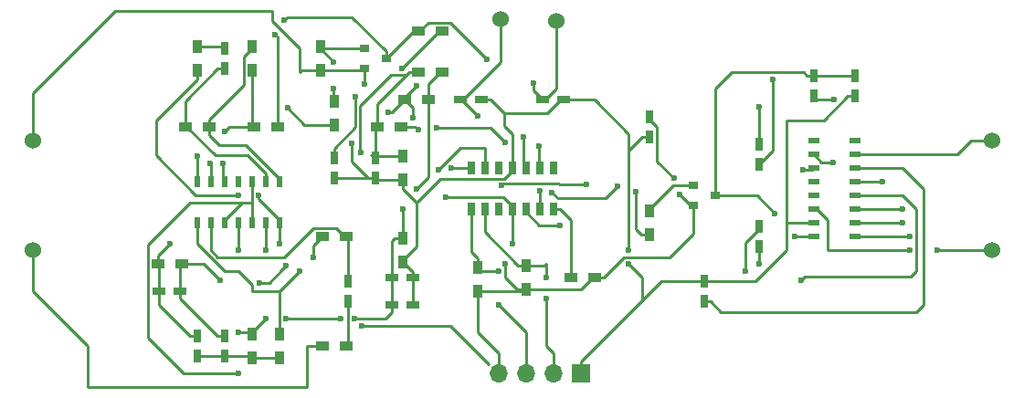
<source format=gbr>
G04 #@! TF.FileFunction,Copper,L1,Top,Signal*
%FSLAX46Y46*%
G04 Gerber Fmt 4.6, Leading zero omitted, Abs format (unit mm)*
G04 Created by KiCad (PCBNEW 4.0.7) date Tuesday, October 17, 2017 'PMt' 03:20:21 PM*
%MOMM*%
%LPD*%
G01*
G04 APERTURE LIST*
%ADD10C,0.100000*%
%ADD11R,1.700000X1.700000*%
%ADD12O,1.700000X1.700000*%
%ADD13R,0.750000X1.200000*%
%ADD14R,1.200000X0.750000*%
%ADD15C,1.524000*%
%ADD16R,0.900000X0.800000*%
%ADD17R,1.200000X0.900000*%
%ADD18R,0.900000X1.200000*%
%ADD19R,0.500000X1.100000*%
%ADD20R,0.750000X1.300000*%
%ADD21R,1.100000X0.500000*%
%ADD22C,0.600000*%
%ADD23C,0.250000*%
G04 APERTURE END LIST*
D10*
D11*
X158750000Y-120650000D03*
D12*
X156210000Y-120650000D03*
X153670000Y-120650000D03*
X151130000Y-120650000D03*
D13*
X137160000Y-113980000D03*
X137160000Y-112080000D03*
D14*
X141290000Y-111760000D03*
X143190000Y-111760000D03*
X141290000Y-114300000D03*
X143190000Y-114300000D03*
D13*
X125730000Y-119060000D03*
X125730000Y-117160000D03*
X123190000Y-119060000D03*
X123190000Y-117160000D03*
D14*
X155260000Y-95250000D03*
X157160000Y-95250000D03*
X121600000Y-113030000D03*
X119700000Y-113030000D03*
X147640000Y-95250000D03*
X149540000Y-95250000D03*
D13*
X165100000Y-96840000D03*
X165100000Y-98740000D03*
X139700000Y-100650000D03*
X139700000Y-102550000D03*
X125730000Y-90490000D03*
X125730000Y-92390000D03*
X135890000Y-100650000D03*
X135890000Y-102550000D03*
X175260000Y-108900000D03*
X175260000Y-107000000D03*
X175260000Y-101280000D03*
X175260000Y-99380000D03*
X170180000Y-113980000D03*
X170180000Y-112080000D03*
X180340000Y-93030000D03*
X180340000Y-94930000D03*
X184150000Y-93030000D03*
X184150000Y-94930000D03*
D15*
X107950000Y-109220000D03*
X107950000Y-99060000D03*
X196850000Y-109220000D03*
X196850000Y-99060000D03*
D16*
X138700000Y-90490000D03*
X138700000Y-92390000D03*
X140700000Y-91440000D03*
X169180000Y-103190000D03*
X169180000Y-105090000D03*
X171180000Y-104140000D03*
D17*
X136990000Y-118110000D03*
X134790000Y-118110000D03*
X142410000Y-95250000D03*
X144610000Y-95250000D03*
D18*
X142240000Y-108120000D03*
X142240000Y-110320000D03*
D17*
X134790000Y-107950000D03*
X136990000Y-107950000D03*
D18*
X149225000Y-113030000D03*
X149225000Y-110830000D03*
X153670000Y-112860000D03*
X153670000Y-110660000D03*
D17*
X160020000Y-111760000D03*
X157820000Y-111760000D03*
D18*
X130810000Y-119210000D03*
X130810000Y-117010000D03*
X128270000Y-119210000D03*
X128270000Y-117010000D03*
D17*
X119550000Y-110490000D03*
X121750000Y-110490000D03*
D18*
X123190000Y-90340000D03*
X123190000Y-92540000D03*
X142240000Y-100500000D03*
X142240000Y-102700000D03*
D17*
X145880000Y-92710000D03*
X143680000Y-92710000D03*
X139870000Y-97790000D03*
X142070000Y-97790000D03*
X124290000Y-97790000D03*
X122090000Y-97790000D03*
D18*
X128270000Y-90340000D03*
X128270000Y-92540000D03*
X135890000Y-97620000D03*
X135890000Y-95420000D03*
X134620000Y-90340000D03*
X134620000Y-92540000D03*
D17*
X130640000Y-97790000D03*
X128440000Y-97790000D03*
X145880000Y-88900000D03*
X143680000Y-88900000D03*
D18*
X165100000Y-107780000D03*
X165100000Y-105580000D03*
D19*
X123190000Y-106680000D03*
X124460000Y-106680000D03*
X125730000Y-106680000D03*
X127000000Y-106680000D03*
X128270000Y-106680000D03*
X129540000Y-106680000D03*
X130810000Y-106680000D03*
X130810000Y-102870000D03*
X129540000Y-102870000D03*
X128270000Y-102870000D03*
X127000000Y-102870000D03*
X125730000Y-102870000D03*
X124460000Y-102870000D03*
X123190000Y-102870000D03*
D20*
X148590000Y-105410000D03*
X149860000Y-105410000D03*
X151130000Y-105410000D03*
X152400000Y-105410000D03*
X153670000Y-105410000D03*
X154940000Y-105410000D03*
X156210000Y-105410000D03*
X156210000Y-101600000D03*
X154940000Y-101600000D03*
X153670000Y-101600000D03*
X152400000Y-101600000D03*
X151130000Y-101600000D03*
X149860000Y-101600000D03*
X148590000Y-101600000D03*
D21*
X184150000Y-107950000D03*
X184150000Y-106680000D03*
X184150000Y-105410000D03*
X184150000Y-104140000D03*
X184150000Y-102870000D03*
X184150000Y-101600000D03*
X184150000Y-100330000D03*
X184150000Y-99060000D03*
X180340000Y-99060000D03*
X180340000Y-100330000D03*
X180340000Y-101600000D03*
X180340000Y-102870000D03*
X180340000Y-104140000D03*
X180340000Y-105410000D03*
X180340000Y-106680000D03*
X180340000Y-107950000D03*
D15*
X156510000Y-87920000D03*
X151330000Y-87830000D03*
D22*
X143510000Y-103505000D03*
X142240000Y-105371900D03*
X137795000Y-115570000D03*
X136525000Y-115570000D03*
X131445000Y-115570000D03*
X129540000Y-115570000D03*
X127000000Y-116840000D03*
X127000000Y-120650000D03*
X137502900Y-99301300D03*
X138722100Y-93827600D03*
X163195000Y-109220000D03*
X163195000Y-110490000D03*
X129540000Y-109220000D03*
X131445000Y-110642400D03*
X128955800Y-112255300D03*
X125298200Y-111963200D03*
X127000000Y-104140000D03*
X128905000Y-104140000D03*
X130810000Y-108585000D03*
X120650000Y-108585000D03*
X154406600Y-93738700D03*
X156806900Y-106921300D03*
X154965400Y-103670100D03*
X149174200Y-96748600D03*
X167386000Y-102552500D03*
X167894000Y-104076500D03*
X143167100Y-96951800D03*
X146215100Y-104279700D03*
X142151100Y-92367100D03*
X143497300Y-93980000D03*
X140919200Y-96418400D03*
X137871200Y-95021400D03*
X152400000Y-108585000D03*
X151765000Y-110490000D03*
X151765000Y-110490000D03*
X138379200Y-100114100D03*
X124383800Y-101193600D03*
X179209700Y-111988600D03*
X175260000Y-110490000D03*
X186690000Y-102870000D03*
X173990000Y-111125000D03*
X176530000Y-93345000D03*
X189230000Y-107950000D03*
X175260000Y-95885000D03*
X188595000Y-105410000D03*
X178587400Y-107950000D03*
X176758600Y-105803700D03*
X182245000Y-95250000D03*
X188595000Y-106680000D03*
X155575000Y-111760000D03*
X155575000Y-113665000D03*
X151130000Y-111125000D03*
X151130000Y-114300000D03*
X189230000Y-109220000D03*
X191770000Y-109220000D03*
X135839200Y-94259400D03*
X135839200Y-91757500D03*
X153441400Y-98679000D03*
X150088600Y-91554300D03*
X131254500Y-87896700D03*
X130441700Y-89217500D03*
X133985000Y-109855000D03*
X132715000Y-111125000D03*
X145402300Y-97866200D03*
X151714200Y-99187000D03*
X154901900Y-99517200D03*
X143675100Y-98069400D03*
X125552200Y-101130100D03*
X125755400Y-98171000D03*
X123215400Y-100520500D03*
X131559300Y-96037400D03*
X151130000Y-101600000D03*
X151434800Y-103225600D03*
X159245300Y-103124000D03*
X163842700Y-103809800D03*
X138430000Y-116205000D03*
X127000000Y-109220000D03*
X182105300Y-101053900D03*
X145554700Y-101727000D03*
X179387500Y-101727000D03*
X162179000Y-103301800D03*
X156083000Y-103860600D03*
X146723100Y-101612700D03*
D23*
X137160000Y-113980000D02*
X137160000Y-117940000D01*
X137160000Y-117940000D02*
X136990000Y-118110000D01*
X124460000Y-109220000D02*
X125085001Y-109845001D01*
X125085001Y-109845001D02*
X131259997Y-109845001D01*
X131259997Y-109845001D02*
X133929999Y-107174999D01*
X133929999Y-107174999D02*
X136064999Y-107174999D01*
X136064999Y-107174999D02*
X136840000Y-107950000D01*
X136840000Y-107950000D02*
X136990000Y-107950000D01*
X124460000Y-109220000D02*
X124460000Y-106680000D01*
X137160000Y-112080000D02*
X137160000Y-110490000D01*
X137160000Y-110490000D02*
X137160000Y-108120000D01*
X137160000Y-108120000D02*
X136990000Y-107950000D01*
X144610000Y-95250000D02*
X144610000Y-93830000D01*
X144610000Y-93830000D02*
X145730000Y-92710000D01*
X145730000Y-92710000D02*
X145880000Y-92710000D01*
X143510000Y-103505000D02*
X144610000Y-102405000D01*
X144610000Y-102405000D02*
X144610000Y-95250000D01*
X142240000Y-108120000D02*
X142240000Y-105410000D01*
X141290000Y-111760000D02*
X141290000Y-108370000D01*
X141290000Y-108370000D02*
X141540000Y-108120000D01*
X141540000Y-108120000D02*
X142240000Y-108120000D01*
X141290000Y-114300000D02*
X141290000Y-113675000D01*
X141290000Y-113675000D02*
X141290000Y-111760000D01*
X137795000Y-115570000D02*
X140645000Y-115570000D01*
X140645000Y-115570000D02*
X141290000Y-114925000D01*
X141290000Y-114925000D02*
X141290000Y-114300000D01*
X133985000Y-115570000D02*
X136525000Y-115570000D01*
X131445000Y-115570000D02*
X133985000Y-115570000D01*
X128270000Y-117010000D02*
X128270000Y-116840000D01*
X128270000Y-116840000D02*
X129540000Y-115570000D01*
X127000000Y-116840000D02*
X128100000Y-116840000D01*
X128100000Y-116840000D02*
X128270000Y-117010000D01*
X118624999Y-117354999D02*
X121920000Y-120650000D01*
X121920000Y-120650000D02*
X127000000Y-120650000D01*
X122555000Y-104775000D02*
X118624999Y-108705001D01*
X118624999Y-108705001D02*
X118624999Y-117354999D01*
X127335000Y-104775000D02*
X122555000Y-104775000D01*
X128270000Y-104775000D02*
X128270000Y-102870000D01*
X128270000Y-106680000D02*
X128270000Y-104775000D01*
X128270000Y-104775000D02*
X127335000Y-104775000D01*
X127335000Y-104775000D02*
X125730000Y-106380000D01*
X125730000Y-106380000D02*
X125730000Y-106680000D01*
X137502900Y-99301300D02*
X137502900Y-100977900D01*
X137502900Y-100977900D02*
X139075000Y-102550000D01*
X139075000Y-102550000D02*
X139700000Y-102550000D01*
X138700000Y-92390000D02*
X138700000Y-93805500D01*
X138700000Y-93805500D02*
X138722100Y-93827600D01*
X138700000Y-92390000D02*
X138750000Y-92390000D01*
X139075000Y-102550000D02*
X138700000Y-102175000D01*
X138700000Y-93040000D02*
X138700000Y-92390000D01*
X143510000Y-104820000D02*
X145754999Y-102575001D01*
X145754999Y-102575001D02*
X151699999Y-102575001D01*
X151699999Y-102575001D02*
X152400000Y-101875000D01*
X152400000Y-101875000D02*
X152400000Y-101600000D01*
X142240000Y-102700000D02*
X139850000Y-102700000D01*
X139850000Y-102700000D02*
X139700000Y-102550000D01*
X135890000Y-102550000D02*
X136515000Y-102550000D01*
X136515000Y-102550000D02*
X139700000Y-102550000D01*
X177800000Y-97155000D02*
X181300000Y-97155000D01*
X181300000Y-97155000D02*
X183525000Y-94930000D01*
X183525000Y-94930000D02*
X184150000Y-94930000D01*
X177800000Y-106680000D02*
X177800000Y-97155000D01*
X143510000Y-108900000D02*
X143510000Y-104820000D01*
X143510000Y-104820000D02*
X142240000Y-103550000D01*
X142240000Y-103550000D02*
X142240000Y-102700000D01*
X142240000Y-110320000D02*
X142240000Y-110170000D01*
X142240000Y-110170000D02*
X143510000Y-108900000D01*
X143190000Y-111760000D02*
X143190000Y-111270000D01*
X143190000Y-111270000D02*
X142240000Y-110320000D01*
X143190000Y-114300000D02*
X143190000Y-113675000D01*
X143190000Y-113675000D02*
X143190000Y-111760000D01*
X134620000Y-92540000D02*
X138550000Y-92540000D01*
X138550000Y-92540000D02*
X138700000Y-92390000D01*
X132715000Y-92710000D02*
X132885000Y-92540000D01*
X132885000Y-92540000D02*
X134620000Y-92540000D01*
X132715000Y-90485000D02*
X132715000Y-92710000D01*
X130175000Y-86995000D02*
X130175000Y-87945000D01*
X130175000Y-87945000D02*
X132715000Y-90485000D01*
X115570000Y-86995000D02*
X130175000Y-86995000D01*
X107950000Y-94615000D02*
X115570000Y-86995000D01*
X107950000Y-99060000D02*
X107950000Y-94615000D01*
X151660000Y-97685000D02*
X152400000Y-98425000D01*
X152400000Y-98425000D02*
X152400000Y-101600000D01*
X151660000Y-96520000D02*
X151660000Y-97685000D01*
X157160000Y-95250000D02*
X156935000Y-95250000D01*
X156935000Y-95250000D02*
X155665000Y-96520000D01*
X150390000Y-95250000D02*
X149540000Y-95250000D01*
X155665000Y-96520000D02*
X151660000Y-96520000D01*
X151660000Y-96520000D02*
X150390000Y-95250000D01*
X163195000Y-98425000D02*
X160020000Y-95250000D01*
X160020000Y-95250000D02*
X157160000Y-95250000D01*
X163195000Y-100020000D02*
X163195000Y-98425000D01*
X163195000Y-109220000D02*
X163195000Y-100020000D01*
X163195000Y-100020000D02*
X164475000Y-98740000D01*
X164475000Y-98740000D02*
X165100000Y-98740000D01*
X164465000Y-113835000D02*
X166220000Y-112080000D01*
X164465000Y-113835000D02*
X164465000Y-111760000D01*
X158750000Y-119550000D02*
X164465000Y-113835000D01*
X164465000Y-111760000D02*
X163195000Y-110490000D01*
X177800000Y-106680000D02*
X180340000Y-106680000D01*
X177800000Y-109220000D02*
X177800000Y-106680000D01*
X174940000Y-112080000D02*
X177800000Y-109220000D01*
X170180000Y-112080000D02*
X174940000Y-112080000D01*
X158750000Y-120650000D02*
X158750000Y-119550000D01*
X166220000Y-112080000D02*
X169555000Y-112080000D01*
X169555000Y-112080000D02*
X170180000Y-112080000D01*
X128270000Y-119210000D02*
X130810000Y-119210000D01*
X125730000Y-119060000D02*
X128120000Y-119060000D01*
X128120000Y-119060000D02*
X128270000Y-119210000D01*
X123190000Y-119060000D02*
X125730000Y-119060000D01*
X131038600Y-111099600D02*
X131038600Y-111048800D01*
X131038600Y-111048800D02*
X131445000Y-110642400D01*
X129392764Y-112268000D02*
X129870200Y-112268000D01*
X129870200Y-112268000D02*
X131038600Y-111099600D01*
X128955800Y-112255300D02*
X129380064Y-112255300D01*
X129380064Y-112255300D02*
X129392764Y-112268000D01*
X129540000Y-109220000D02*
X129540000Y-106680000D01*
X123825000Y-110490000D02*
X125219442Y-111884442D01*
X121750000Y-110490000D02*
X123825000Y-110490000D01*
X121600000Y-113030000D02*
X121600000Y-110640000D01*
X121600000Y-110640000D02*
X121750000Y-110490000D01*
X125730000Y-117160000D02*
X125105000Y-117160000D01*
X125105000Y-117160000D02*
X121600000Y-113655000D01*
X121600000Y-113655000D02*
X121600000Y-113030000D01*
X119380000Y-100445002D02*
X119380000Y-97200000D01*
X119380000Y-97200000D02*
X123190000Y-93390000D01*
X123190000Y-93390000D02*
X123190000Y-92540000D01*
X127000000Y-104140000D02*
X123074998Y-104140000D01*
X123074998Y-104140000D02*
X119380000Y-100445002D01*
X130810000Y-106680000D02*
X130810000Y-106380000D01*
X130810000Y-106380000D02*
X128905000Y-104475000D01*
X128905000Y-104475000D02*
X128905000Y-104140000D01*
X130810000Y-108585000D02*
X130810000Y-106680000D01*
X119550000Y-110490000D02*
X119550000Y-109685000D01*
X119550000Y-109685000D02*
X120650000Y-108585000D01*
X119700000Y-113030000D02*
X119700000Y-110640000D01*
X119700000Y-110640000D02*
X119550000Y-110490000D01*
X123190000Y-117160000D02*
X122565000Y-117160000D01*
X122565000Y-117160000D02*
X119700000Y-114295000D01*
X119700000Y-114295000D02*
X119700000Y-113655000D01*
X119700000Y-113655000D02*
X119700000Y-113030000D01*
X154406600Y-93738700D02*
X154406600Y-94396600D01*
X154406600Y-94396600D02*
X155260000Y-95250000D01*
X153670000Y-105410000D02*
X153670000Y-105685000D01*
X153670000Y-105685000D02*
X154906300Y-106921300D01*
X154906300Y-106921300D02*
X156806900Y-106921300D01*
X156510000Y-87920000D02*
X156510000Y-94225000D01*
X156510000Y-94225000D02*
X155485000Y-95250000D01*
X155485000Y-95250000D02*
X155260000Y-95250000D01*
X154965400Y-103670100D02*
X154965400Y-105384600D01*
X154965400Y-105384600D02*
X154940000Y-105410000D01*
X147640000Y-95250000D02*
X147675600Y-95250000D01*
X147675600Y-95250000D02*
X149174200Y-96748600D01*
X151330000Y-87830000D02*
X151330000Y-91785000D01*
X151330000Y-91785000D02*
X147865000Y-95250000D01*
X147865000Y-95250000D02*
X147640000Y-95250000D01*
X142410000Y-95250000D02*
X142410000Y-95067300D01*
X142410000Y-95067300D02*
X143497300Y-93980000D01*
X140919200Y-96418400D02*
X141241600Y-96418400D01*
X141241600Y-96418400D02*
X142410000Y-95250000D01*
X167386000Y-102552500D02*
X165800001Y-100966501D01*
X165800001Y-100966501D02*
X165800001Y-97765001D01*
X165800001Y-97765001D02*
X165100000Y-97065000D01*
X165100000Y-97065000D02*
X165100000Y-96840000D01*
X169180000Y-105090000D02*
X168907500Y-105090000D01*
X168907500Y-105090000D02*
X167894000Y-104076500D01*
X143167100Y-96951800D02*
X143167100Y-96007100D01*
X143167100Y-96007100D02*
X142410000Y-95250000D01*
X152400000Y-105410000D02*
X152400000Y-105135000D01*
X152400000Y-105135000D02*
X151544700Y-104279700D01*
X151544700Y-104279700D02*
X146215100Y-104279700D01*
X142151100Y-92367100D02*
X145618200Y-88900000D01*
X145618200Y-88900000D02*
X145880000Y-88900000D01*
X142346158Y-95313842D02*
X142410000Y-95250000D01*
X135890000Y-100650000D02*
X135890000Y-99800000D01*
X135890000Y-99800000D02*
X137871200Y-97818800D01*
X137871200Y-97818800D02*
X137871200Y-97273802D01*
X137871200Y-97273802D02*
X137871200Y-95021400D01*
X167005000Y-109855000D02*
X169180000Y-107680000D01*
X169180000Y-107680000D02*
X169180000Y-105090000D01*
X162775000Y-109855000D02*
X167005000Y-109855000D01*
X160020000Y-111760000D02*
X160870000Y-111760000D01*
X160870000Y-111760000D02*
X162775000Y-109855000D01*
X169180000Y-105740000D02*
X169180000Y-105090000D01*
X152400000Y-108585000D02*
X152400000Y-105410000D01*
X152865000Y-112860000D02*
X151765000Y-111760000D01*
X151765000Y-111760000D02*
X151765000Y-110490000D01*
X153670000Y-112860000D02*
X152865000Y-112860000D01*
X153670000Y-112860000D02*
X158770000Y-112860000D01*
X158770000Y-112860000D02*
X159870000Y-111760000D01*
X159870000Y-111760000D02*
X160020000Y-111760000D01*
X149225000Y-113030000D02*
X153500000Y-113030000D01*
X153500000Y-113030000D02*
X153670000Y-112860000D01*
X151130000Y-118745000D02*
X149225000Y-116840000D01*
X149225000Y-116840000D02*
X149225000Y-113030000D01*
X151130000Y-120650000D02*
X151130000Y-118745000D01*
X138321210Y-95803290D02*
X141132399Y-92992101D01*
X141132399Y-92992101D02*
X142547899Y-92992101D01*
X142547899Y-92992101D02*
X142830000Y-92710000D01*
X142830000Y-92710000D02*
X143680000Y-92710000D01*
X138434801Y-100118901D02*
X138321210Y-100005310D01*
X138321210Y-100005310D02*
X138321210Y-95803290D01*
X124460000Y-102870000D02*
X124460000Y-101269800D01*
X124460000Y-101269800D02*
X124383800Y-101193600D01*
X139325000Y-100418900D02*
X139468900Y-100418900D01*
X139468900Y-100418900D02*
X139700000Y-100650000D01*
X139870000Y-97790000D02*
X139870000Y-95670000D01*
X139870000Y-95670000D02*
X142830000Y-92710000D01*
X139700000Y-100650000D02*
X139700000Y-97960000D01*
X139700000Y-97960000D02*
X139870000Y-97790000D01*
X142240000Y-100500000D02*
X139850000Y-100500000D01*
X139850000Y-100500000D02*
X139700000Y-100650000D01*
X123190000Y-90340000D02*
X125580000Y-90340000D01*
X125580000Y-90340000D02*
X125730000Y-90490000D01*
X122090000Y-97790000D02*
X122090000Y-95405000D01*
X122090000Y-95405000D02*
X125105000Y-92390000D01*
X125105000Y-92390000D02*
X125730000Y-92390000D01*
X127888900Y-100418900D02*
X124868900Y-100418900D01*
X124868900Y-100418900D02*
X122240000Y-97790000D01*
X122240000Y-97790000D02*
X122090000Y-97790000D01*
X129540000Y-102870000D02*
X129540000Y-102070000D01*
X129540000Y-102070000D02*
X127888900Y-100418900D01*
X179209700Y-111988600D02*
X179509699Y-111688601D01*
X179509699Y-111688601D02*
X189301399Y-111688601D01*
X189301399Y-111688601D02*
X189855001Y-111134999D01*
X189855001Y-105400001D02*
X188595000Y-104140000D01*
X188595000Y-104140000D02*
X184150000Y-104140000D01*
X189855001Y-111134999D02*
X189855001Y-105400001D01*
X175260000Y-108900000D02*
X175260000Y-110490000D01*
X186690000Y-102870000D02*
X184150000Y-102870000D01*
X175260000Y-107000000D02*
X175260000Y-107225000D01*
X175260000Y-107225000D02*
X173990000Y-108495000D01*
X173990000Y-108495000D02*
X173990000Y-108609998D01*
X173990000Y-108609998D02*
X173990000Y-111125000D01*
X176530000Y-93345000D02*
X176530000Y-100010000D01*
X176530000Y-100010000D02*
X175260000Y-101280000D01*
X184150000Y-107950000D02*
X189230000Y-107950000D01*
X175260000Y-95885000D02*
X175260000Y-99380000D01*
X184150000Y-105410000D02*
X188595000Y-105410000D01*
X190500000Y-103505000D02*
X188595000Y-101600000D01*
X188595000Y-101600000D02*
X184150000Y-101600000D01*
X190500000Y-114300000D02*
X190500000Y-103505000D01*
X189865000Y-114935000D02*
X190500000Y-114300000D01*
X171760000Y-114935000D02*
X189865000Y-114935000D01*
X170180000Y-113980000D02*
X170805000Y-113980000D01*
X170805000Y-113980000D02*
X171760000Y-114935000D01*
X178587400Y-107950000D02*
X180340000Y-107950000D01*
X171180000Y-104140000D02*
X175094900Y-104140000D01*
X175094900Y-104140000D02*
X176758600Y-105803700D01*
X172720000Y-92710000D02*
X171180000Y-94250000D01*
X171180000Y-94250000D02*
X171180000Y-104140000D01*
X179395000Y-92710000D02*
X172720000Y-92710000D01*
X180340000Y-93030000D02*
X179715000Y-93030000D01*
X179715000Y-93030000D02*
X179395000Y-92710000D01*
X184150000Y-93030000D02*
X180340000Y-93030000D01*
X182245000Y-95250000D02*
X180660000Y-95250000D01*
X180660000Y-95250000D02*
X180340000Y-94930000D01*
X184150000Y-106680000D02*
X188595000Y-106680000D01*
X153670000Y-110660000D02*
X152970000Y-110660000D01*
X152970000Y-110660000D02*
X149860000Y-107550000D01*
X149860000Y-107550000D02*
X149860000Y-106310000D01*
X149860000Y-106310000D02*
X149860000Y-105410000D01*
X155575000Y-110490000D02*
X155405000Y-110660000D01*
X155405000Y-110660000D02*
X153670000Y-110660000D01*
X155575000Y-111760000D02*
X155575000Y-110490000D01*
X155575000Y-116840000D02*
X155575000Y-113665000D01*
X155575000Y-118110000D02*
X155575000Y-116840000D01*
X156210000Y-118745000D02*
X155575000Y-118110000D01*
X156210000Y-120650000D02*
X156210000Y-118745000D01*
X149225000Y-110830000D02*
X149225000Y-109980000D01*
X149225000Y-109980000D02*
X148590000Y-109345000D01*
X148590000Y-106310000D02*
X148590000Y-105410000D01*
X148590000Y-109345000D02*
X148590000Y-106310000D01*
X151130000Y-111125000D02*
X149520000Y-111125000D01*
X149520000Y-111125000D02*
X149225000Y-110830000D01*
X153670000Y-116840000D02*
X151130000Y-114300000D01*
X153670000Y-120650000D02*
X153670000Y-116840000D01*
X149225000Y-110980000D02*
X149225000Y-110830000D01*
X133350000Y-118110000D02*
X134790000Y-118110000D01*
X133350000Y-121920000D02*
X133350000Y-118110000D01*
X113030000Y-121920000D02*
X133350000Y-121920000D01*
X113030000Y-118110000D02*
X113030000Y-121920000D01*
X107950000Y-113030000D02*
X113030000Y-118110000D01*
X107950000Y-109220000D02*
X107950000Y-113030000D01*
X189230000Y-109220000D02*
X181610000Y-109220000D01*
X180640000Y-105410000D02*
X180340000Y-105410000D01*
X181610000Y-109220000D02*
X181610000Y-106380000D01*
X181610000Y-106380000D02*
X180640000Y-105410000D01*
X196850000Y-109220000D02*
X191770000Y-109220000D01*
X194945000Y-99060000D02*
X193675000Y-100330000D01*
X193675000Y-100330000D02*
X184150000Y-100330000D01*
X196850000Y-99060000D02*
X194945000Y-99060000D01*
X135839200Y-94259400D02*
X135839200Y-95369200D01*
X135839200Y-95369200D02*
X135890000Y-95420000D01*
X135737600Y-95267600D02*
X135890000Y-95420000D01*
X134620000Y-90340000D02*
X134620000Y-90538300D01*
X134620000Y-90538300D02*
X135839200Y-91757500D01*
X138700000Y-90490000D02*
X134770000Y-90490000D01*
X134770000Y-90490000D02*
X134620000Y-90340000D01*
X153441400Y-98679000D02*
X153441400Y-101371400D01*
X153441400Y-101371400D02*
X153670000Y-101600000D01*
X143680000Y-88900000D02*
X143830000Y-88900000D01*
X143830000Y-88900000D02*
X144605001Y-88124999D01*
X144605001Y-88124999D02*
X146659299Y-88124999D01*
X146659299Y-88124999D02*
X150088600Y-91554300D01*
X140700000Y-91440000D02*
X140750000Y-91440000D01*
X140750000Y-91440000D02*
X143290000Y-88900000D01*
X143290000Y-88900000D02*
X143680000Y-88900000D01*
X131254500Y-87896700D02*
X131554499Y-87596701D01*
X131554499Y-87596701D02*
X137506701Y-87596701D01*
X137506701Y-87596701D02*
X140700000Y-90790000D01*
X140700000Y-90790000D02*
X140700000Y-91440000D01*
X130640000Y-97790000D02*
X130640000Y-89415800D01*
X130640000Y-89415800D02*
X130441700Y-89217500D01*
X165100000Y-105580000D02*
X165100000Y-105430000D01*
X165100000Y-105430000D02*
X167340000Y-103190000D01*
X167340000Y-103190000D02*
X168480000Y-103190000D01*
X168480000Y-103190000D02*
X169180000Y-103190000D01*
X127000000Y-111125000D02*
X125728590Y-111125000D01*
X125728590Y-111125000D02*
X123190000Y-108586410D01*
X123190000Y-108586410D02*
X123190000Y-107480000D01*
X123190000Y-107480000D02*
X123190000Y-106680000D01*
X128270000Y-112395000D02*
X127000000Y-111125000D01*
X128270000Y-113030000D02*
X128270000Y-112395000D01*
X130810000Y-113030000D02*
X128270000Y-113030000D01*
X133985000Y-109855000D02*
X133985000Y-108755000D01*
X133985000Y-108755000D02*
X134790000Y-107950000D01*
X130810000Y-117010000D02*
X130810000Y-113030000D01*
X130810000Y-113030000D02*
X132715000Y-111125000D01*
X157820000Y-111760000D02*
X157820000Y-106395000D01*
X157820000Y-106395000D02*
X156835000Y-105410000D01*
X156835000Y-105410000D02*
X156210000Y-105410000D01*
X154901900Y-99517200D02*
X154901900Y-101561900D01*
X154901900Y-101561900D02*
X154940000Y-101600000D01*
X151714200Y-99187000D02*
X150393400Y-97866200D01*
X150393400Y-97866200D02*
X145402300Y-97866200D01*
X142070000Y-97790000D02*
X143395700Y-97790000D01*
X143395700Y-97790000D02*
X143675100Y-98069400D01*
X124290000Y-97790000D02*
X124290000Y-97090000D01*
X124290000Y-97090000D02*
X127494999Y-93885001D01*
X127494999Y-93885001D02*
X127494999Y-91265001D01*
X127494999Y-91265001D02*
X128270000Y-90490000D01*
X128270000Y-90490000D02*
X128270000Y-90340000D01*
X125247400Y-99491800D02*
X124290000Y-98534400D01*
X124290000Y-98534400D02*
X124290000Y-97790000D01*
X127731800Y-99491800D02*
X125247400Y-99491800D01*
X130810000Y-102870000D02*
X130810000Y-102570000D01*
X130810000Y-102570000D02*
X127731800Y-99491800D01*
X125552200Y-101130100D02*
X125552200Y-102692200D01*
X125552200Y-102692200D02*
X125730000Y-102870000D01*
X128440000Y-97790000D02*
X126136400Y-97790000D01*
X126136400Y-97790000D02*
X125755400Y-98171000D01*
X128270000Y-92540000D02*
X128270000Y-97620000D01*
X128270000Y-97620000D02*
X128440000Y-97790000D01*
X123215400Y-100520500D02*
X123215400Y-102844600D01*
X123215400Y-102844600D02*
X123190000Y-102870000D01*
X135890000Y-97620000D02*
X133141900Y-97620000D01*
X133141900Y-97620000D02*
X131559300Y-96037400D01*
X156705299Y-103045099D02*
X156784200Y-103124000D01*
X156784200Y-103124000D02*
X159245300Y-103124000D01*
X163842700Y-103809800D02*
X163842700Y-107222700D01*
X163842700Y-107222700D02*
X164400000Y-107780000D01*
X164400000Y-107780000D02*
X165100000Y-107780000D01*
X152208279Y-103045099D02*
X151615301Y-103045099D01*
X151615301Y-103045099D02*
X151434800Y-103225600D01*
X156705299Y-103045099D02*
X152208279Y-103045099D01*
X152208279Y-103045099D02*
X152161032Y-102997852D01*
X146685000Y-116205000D02*
X150260499Y-119780499D01*
X138430000Y-116205000D02*
X146685000Y-116205000D01*
X127000000Y-106680000D02*
X127000000Y-109220000D01*
X182105300Y-101053900D02*
X181063900Y-101053900D01*
X181063900Y-101053900D02*
X180340000Y-100330000D01*
X149860000Y-99707700D02*
X147574000Y-99707700D01*
X147574000Y-99707700D02*
X145554700Y-101727000D01*
X149860000Y-101600000D02*
X149860000Y-99707700D01*
X149860000Y-101600000D02*
X149860000Y-101325000D01*
X179387500Y-101727000D02*
X180213000Y-101727000D01*
X180213000Y-101727000D02*
X180340000Y-101600000D01*
X156083000Y-103860600D02*
X156619101Y-104396701D01*
X156619101Y-104396701D02*
X161084099Y-104396701D01*
X161084099Y-104396701D02*
X162179000Y-103301800D01*
X148590000Y-101600000D02*
X146735800Y-101600000D01*
X146735800Y-101600000D02*
X146723100Y-101612700D01*
M02*

</source>
